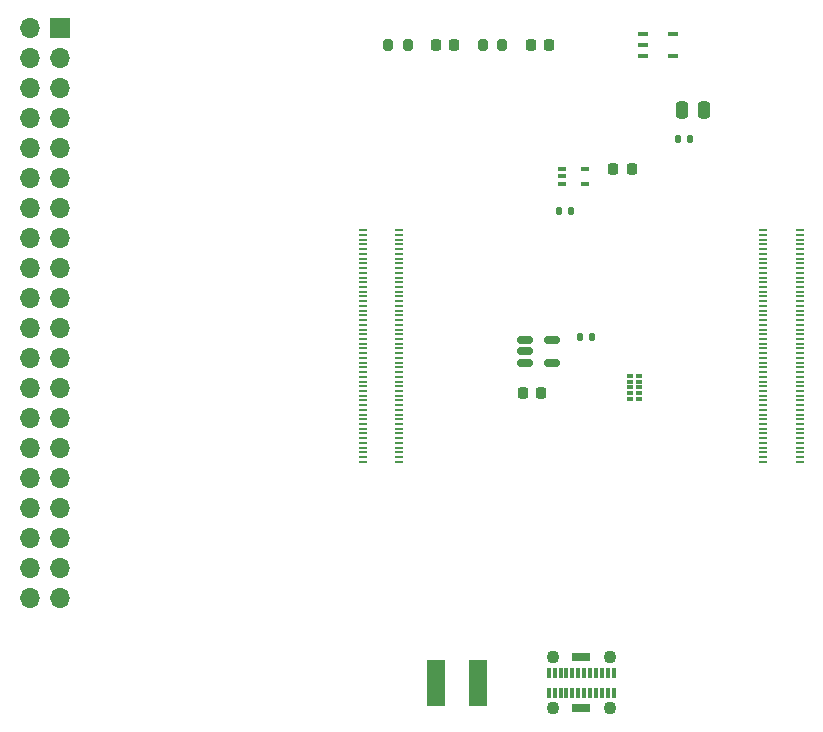
<source format=gbr>
%TF.GenerationSoftware,KiCad,Pcbnew,6.0.11-2627ca5db0~126~ubuntu22.04.1*%
%TF.CreationDate,2023-07-02T17:23:57-07:00*%
%TF.ProjectId,small-display,736d616c-6c2d-4646-9973-706c61792e6b,rev?*%
%TF.SameCoordinates,Original*%
%TF.FileFunction,Copper,L1,Top*%
%TF.FilePolarity,Positive*%
%FSLAX46Y46*%
G04 Gerber Fmt 4.6, Leading zero omitted, Abs format (unit mm)*
G04 Created by KiCad (PCBNEW 6.0.11-2627ca5db0~126~ubuntu22.04.1) date 2023-07-02 17:23:57*
%MOMM*%
%LPD*%
G01*
G04 APERTURE LIST*
G04 Aperture macros list*
%AMRoundRect*
0 Rectangle with rounded corners*
0 $1 Rounding radius*
0 $2 $3 $4 $5 $6 $7 $8 $9 X,Y pos of 4 corners*
0 Add a 4 corners polygon primitive as box body*
4,1,4,$2,$3,$4,$5,$6,$7,$8,$9,$2,$3,0*
0 Add four circle primitives for the rounded corners*
1,1,$1+$1,$2,$3*
1,1,$1+$1,$4,$5*
1,1,$1+$1,$6,$7*
1,1,$1+$1,$8,$9*
0 Add four rect primitives between the rounded corners*
20,1,$1+$1,$2,$3,$4,$5,0*
20,1,$1+$1,$4,$5,$6,$7,0*
20,1,$1+$1,$6,$7,$8,$9,0*
20,1,$1+$1,$8,$9,$2,$3,0*%
G04 Aperture macros list end*
%TA.AperFunction,SMDPad,CuDef*%
%ADD10R,0.300000X0.850000*%
%TD*%
%TA.AperFunction,ComponentPad*%
%ADD11C,1.100000*%
%TD*%
%TA.AperFunction,SMDPad,CuDef*%
%ADD12R,1.600000X0.700000*%
%TD*%
%TA.AperFunction,SMDPad,CuDef*%
%ADD13R,1.500000X4.000000*%
%TD*%
%TA.AperFunction,SMDPad,CuDef*%
%ADD14R,0.952500X0.457200*%
%TD*%
%TA.AperFunction,SMDPad,CuDef*%
%ADD15RoundRect,0.135000X-0.135000X-0.185000X0.135000X-0.185000X0.135000X0.185000X-0.135000X0.185000X0*%
%TD*%
%TA.AperFunction,SMDPad,CuDef*%
%ADD16RoundRect,0.200000X-0.200000X-0.275000X0.200000X-0.275000X0.200000X0.275000X-0.200000X0.275000X0*%
%TD*%
%TA.AperFunction,SMDPad,CuDef*%
%ADD17RoundRect,0.225000X-0.225000X-0.250000X0.225000X-0.250000X0.225000X0.250000X-0.225000X0.250000X0*%
%TD*%
%TA.AperFunction,SMDPad,CuDef*%
%ADD18RoundRect,0.150000X-0.512500X-0.150000X0.512500X-0.150000X0.512500X0.150000X-0.512500X0.150000X0*%
%TD*%
%TA.AperFunction,SMDPad,CuDef*%
%ADD19R,0.650000X0.400000*%
%TD*%
%TA.AperFunction,SMDPad,CuDef*%
%ADD20R,0.550000X0.300000*%
%TD*%
%TA.AperFunction,SMDPad,CuDef*%
%ADD21R,0.550000X0.400000*%
%TD*%
%TA.AperFunction,SMDPad,CuDef*%
%ADD22RoundRect,0.218750X-0.218750X-0.256250X0.218750X-0.256250X0.218750X0.256250X-0.218750X0.256250X0*%
%TD*%
%TA.AperFunction,SMDPad,CuDef*%
%ADD23RoundRect,0.250000X-0.250000X-0.475000X0.250000X-0.475000X0.250000X0.475000X-0.250000X0.475000X0*%
%TD*%
%TA.AperFunction,SMDPad,CuDef*%
%ADD24R,0.700000X0.200000*%
%TD*%
%TA.AperFunction,ComponentPad*%
%ADD25R,1.700000X1.700000*%
%TD*%
%TA.AperFunction,ComponentPad*%
%ADD26O,1.700000X1.700000*%
%TD*%
G04 APERTURE END LIST*
D10*
%TO.P,J1,A1,GND*%
%TO.N,GND*%
X17750000Y-58165000D03*
%TO.P,J1,A2*%
%TO.N,N/C*%
X18250000Y-58165000D03*
%TO.P,J1,A3*%
X18750000Y-58165000D03*
%TO.P,J1,A4,VBUS*%
%TO.N,+5V*%
X19250000Y-58165000D03*
%TO.P,J1,A5,CC1*%
%TO.N,Net-(J1-PadA5)*%
X19750000Y-58165000D03*
%TO.P,J1,A6,D+*%
%TO.N,/USBD_P*%
X20250000Y-58165000D03*
%TO.P,J1,A7,D-*%
%TO.N,/USBD_N*%
X20750000Y-58165000D03*
%TO.P,J1,A8,SBU1*%
%TO.N,unconnected-(J1-PadA8)*%
X21250000Y-58165000D03*
%TO.P,J1,A9,VBUS*%
%TO.N,+5V*%
X21750000Y-58165000D03*
%TO.P,J1,A10*%
%TO.N,N/C*%
X22250000Y-58165000D03*
%TO.P,J1,A11*%
X22750000Y-58165000D03*
%TO.P,J1,A12,GND*%
%TO.N,GND*%
X23250000Y-58165000D03*
%TO.P,J1,B1,GND*%
X23250000Y-59835000D03*
%TO.P,J1,B2*%
%TO.N,N/C*%
X22750000Y-59835000D03*
%TO.P,J1,B3*%
X22250000Y-59835000D03*
%TO.P,J1,B4,VBUS*%
%TO.N,+5V*%
X21750000Y-59835000D03*
%TO.P,J1,B5,CC2*%
%TO.N,Net-(J1-PadB5)*%
X21250000Y-59835000D03*
%TO.P,J1,B6,D+*%
%TO.N,/USBD_P*%
X20750000Y-59835000D03*
%TO.P,J1,B7,D-*%
%TO.N,/USBD_N*%
X20250000Y-59835000D03*
%TO.P,J1,B8,SBU2*%
%TO.N,unconnected-(J1-PadB8)*%
X19750000Y-59835000D03*
%TO.P,J1,B9,VBUS*%
%TO.N,+5V*%
X19250000Y-59835000D03*
%TO.P,J1,B10*%
%TO.N,N/C*%
X18750000Y-59835000D03*
%TO.P,J1,B11*%
X18250000Y-59835000D03*
%TO.P,J1,B12,GND*%
%TO.N,GND*%
X17750000Y-59835000D03*
D11*
%TO.P,J1,MH1*%
%TO.N,N/C*%
X18100000Y-56850000D03*
%TO.P,J1,MH2*%
X22900000Y-56850000D03*
%TO.P,J1,MH3*%
X22900000Y-61150000D03*
%TO.P,J1,MH4*%
X18100000Y-61150000D03*
D12*
%TO.P,J1,MP1*%
X20500000Y-56850000D03*
%TO.P,J1,MP2*%
X20500000Y-61150000D03*
%TD*%
D13*
%TO.P,L1,1*%
%TO.N,Net-(L1-Pad1)*%
X8200000Y-59000000D03*
%TO.P,L1,2*%
%TO.N,/LED_A*%
X11800000Y-59000000D03*
%TD*%
D14*
%TO.P,U4,1,EN*%
%TO.N,/PWM*%
X25723650Y-4060200D03*
%TO.P,U4,2,GND*%
%TO.N,GND*%
X25723650Y-5000000D03*
%TO.P,U4,3,SW*%
%TO.N,Net-(L1-Pad1)*%
X25723650Y-5939800D03*
%TO.P,U4,4,VIN*%
%TO.N,+5V*%
X28276350Y-5952500D03*
%TO.P,U4,5,FB*%
%TO.N,/LED_K*%
X28276350Y-4047500D03*
%TD*%
D15*
%TO.P,R1,1*%
%TO.N,Net-(D1-Pad1)*%
X20382500Y-29720000D03*
%TO.P,R1,2*%
%TO.N,PI_nLED_Activity*%
X21402500Y-29720000D03*
%TD*%
D16*
%TO.P,R4,1*%
%TO.N,/PWM*%
X4145000Y-5000000D03*
%TO.P,R4,2*%
%TO.N,GND*%
X5795000Y-5000000D03*
%TD*%
D17*
%TO.P,C2,1*%
%TO.N,+5V*%
X16225000Y-5000000D03*
%TO.P,C2,2*%
%TO.N,GND*%
X17775000Y-5000000D03*
%TD*%
D18*
%TO.P,U3,1,OUT*%
%TO.N,/SD_PWR*%
X15725000Y-30000000D03*
%TO.P,U3,2,GND*%
%TO.N,GND*%
X15725000Y-30950000D03*
%TO.P,U3,3,nFLG*%
%TO.N,unconnected-(U3-Pad3)*%
X15725000Y-31900000D03*
%TO.P,U3,4,EN*%
%TO.N,/SD_PWR_ON*%
X18000000Y-31900000D03*
%TO.P,U3,5,IN*%
%TO.N,/+3.3v*%
X18000000Y-30000000D03*
%TD*%
D19*
%TO.P,U2,1*%
%TO.N,N/C*%
X18880000Y-15480000D03*
%TO.P,U2,2*%
%TO.N,/nPWR_LED*%
X18880000Y-16130000D03*
%TO.P,U2,3,GND*%
%TO.N,GND*%
X18880000Y-16780000D03*
%TO.P,U2,4*%
%TO.N,Net-(R2-Pad2)*%
X20780000Y-16780000D03*
%TO.P,U2,5,VCC*%
%TO.N,/+3.3v*%
X20780000Y-15480000D03*
%TD*%
D15*
%TO.P,R3,1*%
%TO.N,/+3.3v*%
X18650000Y-19050000D03*
%TO.P,R3,2*%
%TO.N,/SD_PWR_ON*%
X19670000Y-19050000D03*
%TD*%
D20*
%TO.P,U1,1,D1+*%
%TO.N,/USBD_P*%
X24615000Y-33000000D03*
%TO.P,U1,2,D1-*%
%TO.N,/USBD_N*%
X24615000Y-33500000D03*
D21*
%TO.P,U1,3,GND*%
%TO.N,GND*%
X24615000Y-34000000D03*
D20*
%TO.P,U1,4,D2+*%
%TO.N,Net-(U1-Pad4)*%
X24615000Y-34500000D03*
%TO.P,U1,5,D2-*%
%TO.N,Net-(U1-Pad5)*%
X24615000Y-35000000D03*
%TO.P,U1,6*%
X25385000Y-35000000D03*
%TO.P,U1,7*%
%TO.N,Net-(U1-Pad4)*%
X25385000Y-34500000D03*
D21*
%TO.P,U1,8,GND*%
%TO.N,GND*%
X25385000Y-34000000D03*
D20*
%TO.P,U1,9*%
%TO.N,/USBD_N*%
X25385000Y-33500000D03*
%TO.P,U1,10*%
%TO.N,/USBD_P*%
X25385000Y-33000000D03*
%TD*%
D22*
%TO.P,D2,1,K*%
%TO.N,Net-(D2-Pad1)*%
X23212500Y-15500000D03*
%TO.P,D2,2,A*%
%TO.N,/+3.3v*%
X24787500Y-15500000D03*
%TD*%
D23*
%TO.P,C1,1*%
%TO.N,/SD_PWR*%
X29000000Y-10500000D03*
%TO.P,C1,2*%
%TO.N,GND*%
X30900000Y-10500000D03*
%TD*%
D22*
%TO.P,D1,1,K*%
%TO.N,Net-(D1-Pad1)*%
X15545000Y-34470000D03*
%TO.P,D1,2,A*%
%TO.N,/+3.3v*%
X17120000Y-34470000D03*
%TD*%
D24*
%TO.P,Module1,1,GND*%
%TO.N,GND*%
X2000000Y-20700000D03*
%TO.P,Module1,2,GND*%
X5080000Y-20700000D03*
%TO.P,Module1,3,Ethernet_Pair3_P*%
%TO.N,/TRD3_P*%
X2000000Y-21100000D03*
%TO.P,Module1,4,Ethernet_Pair1_P*%
%TO.N,/TRD1_P*%
X5080000Y-21100000D03*
%TO.P,Module1,5,Ethernet_Pair3_N*%
%TO.N,/TRD3_N*%
X2000000Y-21500000D03*
%TO.P,Module1,6,Ethernet_Pair1_N*%
%TO.N,/TRD1_N*%
X5080000Y-21500000D03*
%TO.P,Module1,7,GND*%
%TO.N,GND*%
X2000000Y-21900000D03*
%TO.P,Module1,8,GND*%
X5080000Y-21900000D03*
%TO.P,Module1,9,Ethernet_Pair2_N*%
%TO.N,/TRD2_N*%
X2000000Y-22300000D03*
%TO.P,Module1,10,Ethernet_Pair0_N*%
%TO.N,/TRD0_N*%
X5080000Y-22300000D03*
%TO.P,Module1,11,Ethernet_Pair2_P*%
%TO.N,/TRD2_P*%
X2000000Y-22700000D03*
%TO.P,Module1,12,Ethernet_Pair0_P*%
%TO.N,/TRD0_P*%
X5080000Y-22700000D03*
%TO.P,Module1,13,GND*%
%TO.N,GND*%
X2000000Y-23100000D03*
%TO.P,Module1,14,GND*%
X5080000Y-23100000D03*
%TO.P,Module1,15,Ethernet_nLED3(3.3v)*%
%TO.N,/ETH_LEDY*%
X2000000Y-23500000D03*
%TO.P,Module1,16,Ethernet_SYNC_IN(1.8v)*%
%TO.N,/SYNC_IN*%
X5080000Y-23500000D03*
%TO.P,Module1,17,Ethernet_nLED2(3.3v)*%
%TO.N,/ETH_LEDG*%
X2000000Y-23900000D03*
%TO.P,Module1,18,Ethernet_SYNC_OUT(1.8v)*%
%TO.N,/SYNC_OUT*%
X5080000Y-23900000D03*
%TO.P,Module1,19,Ethernet_nLED1(3.3v)*%
%TO.N,unconnected-(Module1-Pad19)*%
X2000000Y-24300000D03*
%TO.P,Module1,20,EEPROM_nWP*%
%TO.N,/EEPROM_nWP*%
X5080000Y-24300000D03*
%TO.P,Module1,21,PI_nLED_Activity*%
%TO.N,PI_nLED_Activity*%
X2000000Y-24700000D03*
%TO.P,Module1,22,GND*%
%TO.N,GND*%
X5080000Y-24700000D03*
%TO.P,Module1,23,GND*%
X2000000Y-25100000D03*
%TO.P,Module1,24,GPIO26*%
%TO.N,/GPIO26*%
X5080000Y-25100000D03*
%TO.P,Module1,25,GPIO21*%
%TO.N,/GPIO21*%
X2000000Y-25500000D03*
%TO.P,Module1,26,GPIO19*%
%TO.N,/GPIO19*%
X5080000Y-25500000D03*
%TO.P,Module1,27,GPIO20*%
%TO.N,/GPIO20*%
X2000000Y-25900000D03*
%TO.P,Module1,28,GPIO13*%
%TO.N,/GPIO13*%
X5080000Y-25900000D03*
%TO.P,Module1,29,GPIO16*%
%TO.N,/GPIO16*%
X2000000Y-26300000D03*
%TO.P,Module1,30,GPIO6*%
%TO.N,/GPIO6*%
X5080000Y-26300000D03*
%TO.P,Module1,31,GPIO12*%
%TO.N,/GPIO12*%
X2000000Y-26700000D03*
%TO.P,Module1,32,GND*%
%TO.N,GND*%
X5080000Y-26700000D03*
%TO.P,Module1,33,GND*%
X2000000Y-27100000D03*
%TO.P,Module1,34,GPIO5*%
%TO.N,/GPIO5*%
X5080000Y-27100000D03*
%TO.P,Module1,35,ID_SC*%
%TO.N,/ID_SC*%
X2000000Y-27500000D03*
%TO.P,Module1,36,ID_SD*%
%TO.N,/ID_SD*%
X5080000Y-27500000D03*
%TO.P,Module1,37,GPIO7*%
%TO.N,/GPIO7*%
X2000000Y-27900000D03*
%TO.P,Module1,38,GPIO11*%
%TO.N,/GPIO11*%
X5080000Y-27900000D03*
%TO.P,Module1,39,GPIO8*%
%TO.N,/GPIO8*%
X2000000Y-28300000D03*
%TO.P,Module1,40,GPIO9*%
%TO.N,/GPIO9*%
X5080000Y-28300000D03*
%TO.P,Module1,41,GPIO25*%
%TO.N,/GPIO25*%
X2000000Y-28700000D03*
%TO.P,Module1,42,GND*%
%TO.N,GND*%
X5080000Y-28700000D03*
%TO.P,Module1,43,GND*%
X2000000Y-29100000D03*
%TO.P,Module1,44,GPIO10*%
%TO.N,/GPIO10*%
X5080000Y-29100000D03*
%TO.P,Module1,45,GPIO24*%
%TO.N,/GPIO24*%
X2000000Y-29500000D03*
%TO.P,Module1,46,GPIO22*%
%TO.N,/GPIO22*%
X5080000Y-29500000D03*
%TO.P,Module1,47,GPIO23*%
%TO.N,/GPIO23*%
X2000000Y-29900000D03*
%TO.P,Module1,48,GPIO27*%
%TO.N,/GPIO27*%
X5080000Y-29900000D03*
%TO.P,Module1,49,GPIO18*%
%TO.N,/GPIO18*%
X2000000Y-30300000D03*
%TO.P,Module1,50,GPIO17*%
%TO.N,/GPIO17*%
X5080000Y-30300000D03*
%TO.P,Module1,51,GPIO15*%
%TO.N,/GPIO15*%
X2000000Y-30700000D03*
%TO.P,Module1,52,GND*%
%TO.N,GND*%
X5080000Y-30700000D03*
%TO.P,Module1,53,GND*%
X2000000Y-31100000D03*
%TO.P,Module1,54,GPIO4*%
%TO.N,/GPIO4*%
X5080000Y-31100000D03*
%TO.P,Module1,55,GPIO14*%
%TO.N,/GPIO14*%
X2000000Y-31500000D03*
%TO.P,Module1,56,GPIO3*%
%TO.N,/GPIO3*%
X5080000Y-31500000D03*
%TO.P,Module1,57,SD_CLK*%
%TO.N,/SD_CLK*%
X2000000Y-31900000D03*
%TO.P,Module1,58,GPIO2*%
%TO.N,/GPIO2*%
X5080000Y-31900000D03*
%TO.P,Module1,59,GND*%
%TO.N,GND*%
X2000000Y-32300000D03*
%TO.P,Module1,60,GND*%
X5080000Y-32300000D03*
%TO.P,Module1,61,SD_DAT3*%
%TO.N,/SD_DAT3*%
X2000000Y-32700000D03*
%TO.P,Module1,62,SD_CMD*%
%TO.N,/SD_CMD*%
X5080000Y-32700000D03*
%TO.P,Module1,63,SD_DAT0*%
%TO.N,/SD_DAT0*%
X2000000Y-33100000D03*
%TO.P,Module1,64,SD_DAT5*%
%TO.N,unconnected-(Module1-Pad64)*%
X5080000Y-33100000D03*
%TO.P,Module1,65,GND*%
%TO.N,GND*%
X2000000Y-33500000D03*
%TO.P,Module1,66,GND*%
X5080000Y-33500000D03*
%TO.P,Module1,67,SD_DAT1*%
%TO.N,/SD_DAT1*%
X2000000Y-33900000D03*
%TO.P,Module1,68,SD_DAT4*%
%TO.N,unconnected-(Module1-Pad68)*%
X5080000Y-33900000D03*
%TO.P,Module1,69,SD_DAT2*%
%TO.N,/SD_DAT2*%
X2000000Y-34300000D03*
%TO.P,Module1,70,SD_DAT7*%
%TO.N,unconnected-(Module1-Pad70)*%
X5080000Y-34300000D03*
%TO.P,Module1,71,GND*%
%TO.N,GND*%
X2000000Y-34700000D03*
%TO.P,Module1,72,SD_DAT6*%
%TO.N,unconnected-(Module1-Pad72)*%
X5080000Y-34700000D03*
%TO.P,Module1,73,SD_VDD_Override*%
%TO.N,unconnected-(Module1-Pad73)*%
X2000000Y-35100000D03*
%TO.P,Module1,74,GND*%
%TO.N,GND*%
X5080000Y-35100000D03*
%TO.P,Module1,75,SD_PWR_ON*%
%TO.N,/SD_PWR_ON*%
X2000000Y-35500000D03*
%TO.P,Module1,76,Reserved*%
%TO.N,/Reserved*%
X5080000Y-35500000D03*
%TO.P,Module1,77,+5v_(Input)*%
%TO.N,/+5v*%
X2000000Y-35900000D03*
%TO.P,Module1,78,GPIO_VREF(1.8v/3.3v_Input)*%
%TO.N,/+3.3v*%
X5080000Y-35900000D03*
%TO.P,Module1,79,+5v_(Input)*%
%TO.N,/+5v*%
X2000000Y-36300000D03*
%TO.P,Module1,80,SCL0*%
%TO.N,/SCL0*%
X5080000Y-36300000D03*
%TO.P,Module1,81,+5v_(Input)*%
%TO.N,/+5v*%
X2000000Y-36700000D03*
%TO.P,Module1,82,SDA0*%
%TO.N,/SDA0*%
X5080000Y-36700000D03*
%TO.P,Module1,83,+5v_(Input)*%
%TO.N,/+5v*%
X2000000Y-37100000D03*
%TO.P,Module1,84,+3.3v_(Output)*%
%TO.N,/+3.3v*%
X5080000Y-37100000D03*
%TO.P,Module1,85,+5v_(Input)*%
%TO.N,/+5v*%
X2000000Y-37500000D03*
%TO.P,Module1,86,+3.3v_(Output)*%
%TO.N,/+3.3v*%
X5080000Y-37500000D03*
%TO.P,Module1,87,+5v_(Input)*%
%TO.N,/+5v*%
X2000000Y-37900000D03*
%TO.P,Module1,88,+1.8v_(Output)*%
%TO.N,/+1.8v*%
X5080000Y-37900000D03*
%TO.P,Module1,89,WiFi_nDisable*%
%TO.N,unconnected-(Module1-Pad89)*%
X2000000Y-38300000D03*
%TO.P,Module1,90,+1.8v_(Output)*%
%TO.N,/+1.8v*%
X5080000Y-38300000D03*
%TO.P,Module1,91,BT_nDisable*%
%TO.N,unconnected-(Module1-Pad91)*%
X2000000Y-38700000D03*
%TO.P,Module1,92,RUN_PG*%
%TO.N,/RUN_PG*%
X5080000Y-38700000D03*
%TO.P,Module1,93,nRPIBOOT*%
%TO.N,unconnected-(Module1-Pad93)*%
X2000000Y-39100000D03*
%TO.P,Module1,94,AnalogIP1*%
%TO.N,/AIN1*%
X5080000Y-39100000D03*
%TO.P,Module1,95,nPI_LED_PWR*%
%TO.N,unconnected-(Module1-Pad95)*%
X2000000Y-39500000D03*
%TO.P,Module1,96,AnalogIP0*%
%TO.N,/AIN0*%
X5080000Y-39500000D03*
%TO.P,Module1,97,Camera_GPIO*%
%TO.N,/CAM_GPIO*%
X2000000Y-39900000D03*
%TO.P,Module1,98,GND*%
%TO.N,GND*%
X5080000Y-39900000D03*
%TO.P,Module1,99,Global_EN*%
%TO.N,/GLOBAL_EN*%
X2000000Y-40300000D03*
%TO.P,Module1,100,nEXTRST*%
%TO.N,/nEXTRST*%
X5080000Y-40300000D03*
%TO.P,Module1,101,USB_OTG_ID*%
%TO.N,/USBOTG_ID*%
X35920000Y-20700000D03*
%TO.P,Module1,102,PCIe_CLK_nREQ*%
%TO.N,/PCIE_CLK_nREQ*%
X39000000Y-20700000D03*
%TO.P,Module1,103,USB2_N*%
%TO.N,/USB2_N*%
X35920000Y-21100000D03*
%TO.P,Module1,104,Reserved*%
%TO.N,unconnected-(Module1-Pad104)*%
X39000000Y-21100000D03*
%TO.P,Module1,105,USB2_P*%
%TO.N,/USB2_P*%
X35920000Y-21500000D03*
%TO.P,Module1,106,Reserved*%
%TO.N,unconnected-(Module1-Pad106)*%
X39000000Y-21500000D03*
%TO.P,Module1,107,GND*%
%TO.N,GND*%
X35920000Y-21900000D03*
%TO.P,Module1,108,GND*%
X39000000Y-21900000D03*
%TO.P,Module1,109,PCIe_nRST*%
%TO.N,/PCIE_nRST*%
X35920000Y-22300000D03*
%TO.P,Module1,110,PCIe_CLK_P*%
%TO.N,/PCIE_CLK_P*%
X39000000Y-22300000D03*
%TO.P,Module1,111,VDAC_COMP*%
%TO.N,/TV_OUT*%
X35920000Y-22700000D03*
%TO.P,Module1,112,PCIe_CLK_N*%
%TO.N,/PCIE_CLK_N*%
X39000000Y-22700000D03*
%TO.P,Module1,113,GND*%
%TO.N,GND*%
X35920000Y-23100000D03*
%TO.P,Module1,114,GND*%
X39000000Y-23100000D03*
%TO.P,Module1,115,CAM1_D0_N*%
%TO.N,/CAM1_D0_N*%
X35920000Y-23500000D03*
%TO.P,Module1,116,PCIe_RX_P*%
%TO.N,/PCIE_RX_P*%
X39000000Y-23500000D03*
%TO.P,Module1,117,CAM1_D0_P*%
%TO.N,/CAM1_D0_P*%
X35920000Y-23900000D03*
%TO.P,Module1,118,PCIe_RX_N*%
%TO.N,/PCIE_RX_N*%
X39000000Y-23900000D03*
%TO.P,Module1,119,GND*%
%TO.N,GND*%
X35920000Y-24300000D03*
%TO.P,Module1,120,GND*%
X39000000Y-24300000D03*
%TO.P,Module1,121,CAM1_D1_N*%
%TO.N,/CAM1_D1_N*%
X35920000Y-24700000D03*
%TO.P,Module1,122,PCIe_TX_P*%
%TO.N,/PCIE_TX_P*%
X39000000Y-24700000D03*
%TO.P,Module1,123,CAM1_D1_P*%
%TO.N,/CAM1_D1_P*%
X35920000Y-25100000D03*
%TO.P,Module1,124,PCIe_TX_N*%
%TO.N,/PCIE_TX_N*%
X39000000Y-25100000D03*
%TO.P,Module1,125,GND*%
%TO.N,GND*%
X35920000Y-25500000D03*
%TO.P,Module1,126,GND*%
X39000000Y-25500000D03*
%TO.P,Module1,127,CAM1_C_N*%
%TO.N,/CAM1_C_N*%
X35920000Y-25900000D03*
%TO.P,Module1,128,CAM0_D0_N*%
%TO.N,/CAM0_D0_N*%
X39000000Y-25900000D03*
%TO.P,Module1,129,CAM1_C_P*%
%TO.N,/CAM1_C_P*%
X35920000Y-26300000D03*
%TO.P,Module1,130,CAM0_D0_P*%
%TO.N,/CAM0_D0_P*%
X39000000Y-26300000D03*
%TO.P,Module1,131,GND*%
%TO.N,GND*%
X35920000Y-26700000D03*
%TO.P,Module1,132,GND*%
X39000000Y-26700000D03*
%TO.P,Module1,133,CAM1_D2_N*%
%TO.N,/CAM1_D2_N*%
X35920000Y-27100000D03*
%TO.P,Module1,134,CAM0_D1_N*%
%TO.N,/CAM0_D1_N*%
X39000000Y-27100000D03*
%TO.P,Module1,135,CAM1_D2_P*%
%TO.N,/CAM1_D2_P*%
X35920000Y-27500000D03*
%TO.P,Module1,136,CAM0_D1_P*%
%TO.N,/CAM0_D1_P*%
X39000000Y-27500000D03*
%TO.P,Module1,137,GND*%
%TO.N,GND*%
X35920000Y-27900000D03*
%TO.P,Module1,138,GND*%
X39000000Y-27900000D03*
%TO.P,Module1,139,CAM1_D3_N*%
%TO.N,/CAM1_D3_N*%
X35920000Y-28300000D03*
%TO.P,Module1,140,CAM0_C_N*%
%TO.N,/CAM0_C_N*%
X39000000Y-28300000D03*
%TO.P,Module1,141,CAM1_D3_P*%
%TO.N,/CAM1_D3_P*%
X35920000Y-28700000D03*
%TO.P,Module1,142,CAM0_C_P*%
%TO.N,/CAM0_C_P*%
X39000000Y-28700000D03*
%TO.P,Module1,143,HDMI1_HOTPLUG*%
%TO.N,/HDMI1_HOTPLUG*%
X35920000Y-29100000D03*
%TO.P,Module1,144,GND*%
%TO.N,GND*%
X39000000Y-29100000D03*
%TO.P,Module1,145,HDMI1_SDA*%
%TO.N,/HDMI1_SDA*%
X35920000Y-29500000D03*
%TO.P,Module1,146,HDMI1_TX2_P*%
%TO.N,/HDMI1_D2_P*%
X39000000Y-29500000D03*
%TO.P,Module1,147,HDMI1_SCL*%
%TO.N,/HDMI1_SCL*%
X35920000Y-29900000D03*
%TO.P,Module1,148,HDMI1_TX2_N*%
%TO.N,/HDMI1_D2_N*%
X39000000Y-29900000D03*
%TO.P,Module1,149,HDMI1_CEC*%
%TO.N,/HDMI1_CEC*%
X35920000Y-30300000D03*
%TO.P,Module1,150,GND*%
%TO.N,GND*%
X39000000Y-30300000D03*
%TO.P,Module1,151,HDMI0_CEC*%
%TO.N,/HDMI0_CEC*%
X35920000Y-30700000D03*
%TO.P,Module1,152,HDMI1_TX1_P*%
%TO.N,/HDMI1_D1_P*%
X39000000Y-30700000D03*
%TO.P,Module1,153,HDMI0_HOTPLUG*%
%TO.N,/HDMI0_HOTPLUG*%
X35920000Y-31100000D03*
%TO.P,Module1,154,HDMI1_TX1_N*%
%TO.N,/HDMI1_D1_N*%
X39000000Y-31100000D03*
%TO.P,Module1,155,GND*%
%TO.N,GND*%
X35920000Y-31500000D03*
%TO.P,Module1,156,GND*%
X39000000Y-31500000D03*
%TO.P,Module1,157,DSI0_D0_N*%
%TO.N,/DSI0_D0_N*%
X35920000Y-31900000D03*
%TO.P,Module1,158,HDMI1_TX0_P*%
%TO.N,/HDMI1_D0_P*%
X39000000Y-31900000D03*
%TO.P,Module1,159,DSI0_D0_P*%
%TO.N,/DSI0_D0_P*%
X35920000Y-32300000D03*
%TO.P,Module1,160,HDMI1_TX0_N*%
%TO.N,/HDMI1_D0_N*%
X39000000Y-32300000D03*
%TO.P,Module1,161,GND*%
%TO.N,GND*%
X35920000Y-32700000D03*
%TO.P,Module1,162,GND*%
X39000000Y-32700000D03*
%TO.P,Module1,163,DSI0_D1_N*%
%TO.N,/DSI0_D1_N*%
X35920000Y-33100000D03*
%TO.P,Module1,164,HDMI1_CLK_P*%
%TO.N,/HDMI1_CK_P*%
X39000000Y-33100000D03*
%TO.P,Module1,165,DSI0_D1_P*%
%TO.N,/DSI0_D1_P*%
X35920000Y-33500000D03*
%TO.P,Module1,166,HDMI1_CLK_N*%
%TO.N,/HDMI1_CK_N*%
X39000000Y-33500000D03*
%TO.P,Module1,167,GND*%
%TO.N,GND*%
X35920000Y-33900000D03*
%TO.P,Module1,168,GND*%
X39000000Y-33900000D03*
%TO.P,Module1,169,DSI0_C_N*%
%TO.N,/DSI0_C_N*%
X35920000Y-34300000D03*
%TO.P,Module1,170,HDMI0_TX2_P*%
%TO.N,/HDMI0_D2_P*%
X39000000Y-34300000D03*
%TO.P,Module1,171,DSI0_C_P*%
%TO.N,/DSI0_C_P*%
X35920000Y-34700000D03*
%TO.P,Module1,172,HDMI0_TX2_N*%
%TO.N,/HDMI0_D2_N*%
X39000000Y-34700000D03*
%TO.P,Module1,173,GND*%
%TO.N,GND*%
X35920000Y-35100000D03*
%TO.P,Module1,174,GND*%
X39000000Y-35100000D03*
%TO.P,Module1,175,DSI1_D0_N*%
%TO.N,/DSI1_D0_N*%
X35920000Y-35500000D03*
%TO.P,Module1,176,HDMI0_TX1_P*%
%TO.N,/HDMI0_D1_P*%
X39000000Y-35500000D03*
%TO.P,Module1,177,DSI1_D0_P*%
%TO.N,/DSI1_D0_P*%
X35920000Y-35900000D03*
%TO.P,Module1,178,HDMI0_TX1_N*%
%TO.N,/HDMI0_D1_N*%
X39000000Y-35900000D03*
%TO.P,Module1,179,GND*%
%TO.N,GND*%
X35920000Y-36300000D03*
%TO.P,Module1,180,GND*%
X39000000Y-36300000D03*
%TO.P,Module1,181,DSI1_D1_N*%
%TO.N,/DSI1_D1_N*%
X35920000Y-36700000D03*
%TO.P,Module1,182,HDMI0_TX0_P*%
%TO.N,/HDMI0_D0_P*%
X39000000Y-36700000D03*
%TO.P,Module1,183,DSI1_D1_P*%
%TO.N,/DSI1_D1_P*%
X35920000Y-37100000D03*
%TO.P,Module1,184,HDMI0_TX0_N*%
%TO.N,/HDMI0_D0_N*%
X39000000Y-37100000D03*
%TO.P,Module1,185,GND*%
%TO.N,GND*%
X35920000Y-37500000D03*
%TO.P,Module1,186,GND*%
X39000000Y-37500000D03*
%TO.P,Module1,187,DSI1_C_N*%
%TO.N,/DSI1_C_N*%
X35920000Y-37900000D03*
%TO.P,Module1,188,HDMI0_CLK_P*%
%TO.N,/HDMI0_CK_P*%
X39000000Y-37900000D03*
%TO.P,Module1,189,DSI1_C_P*%
%TO.N,/DSI1_C_P*%
X35920000Y-38300000D03*
%TO.P,Module1,190,HDMI0_CLK_N*%
%TO.N,/HDMI0_CK_N*%
X39000000Y-38300000D03*
%TO.P,Module1,191,GND*%
%TO.N,GND*%
X35920000Y-38700000D03*
%TO.P,Module1,192,GND*%
X39000000Y-38700000D03*
%TO.P,Module1,193,DSI1_D2_N*%
%TO.N,/DSI1_D2_N*%
X35920000Y-39100000D03*
%TO.P,Module1,194,DSI1_D3_N*%
%TO.N,/DSI1_D3_N*%
X39000000Y-39100000D03*
%TO.P,Module1,195,DSI1_D2_P*%
%TO.N,/DSI1_D2_P*%
X35920000Y-39500000D03*
%TO.P,Module1,196,DSI1_D3_P*%
%TO.N,/DSI1_D3_P*%
X39000000Y-39500000D03*
%TO.P,Module1,197,GND*%
%TO.N,GND*%
X35920000Y-39900000D03*
%TO.P,Module1,198,GND*%
X39000000Y-39900000D03*
%TO.P,Module1,199,HDMI0_SDA*%
%TO.N,/HDMI0_SDA*%
X35920000Y-40300000D03*
%TO.P,Module1,200,HDMI0_SCL*%
%TO.N,/HDMI0_SCL*%
X39000000Y-40300000D03*
%TD*%
D25*
%TO.P,J3,1,Pin_1*%
%TO.N,+3V3*%
X-23660000Y-3550000D03*
D26*
%TO.P,J3,2,Pin_2*%
%TO.N,+5V*%
X-26200000Y-3550000D03*
%TO.P,J3,3,Pin_3*%
%TO.N,/PWM*%
X-23660000Y-6090000D03*
%TO.P,J3,4,Pin_4*%
%TO.N,+5V*%
X-26200000Y-6090000D03*
%TO.P,J3,5,Pin_5*%
%TO.N,unconnected-(J3-Pad5)*%
X-23660000Y-8630000D03*
%TO.P,J3,6,Pin_6*%
%TO.N,GND*%
X-26200000Y-8630000D03*
%TO.P,J3,7,Pin_7*%
%TO.N,unconnected-(J3-Pad7)*%
X-23660000Y-11170000D03*
%TO.P,J3,8,Pin_8*%
%TO.N,/DB6*%
X-26200000Y-11170000D03*
%TO.P,J3,9,Pin_9*%
%TO.N,GND*%
X-23660000Y-13710000D03*
%TO.P,J3,10,Pin_10*%
%TO.N,/DB7*%
X-26200000Y-13710000D03*
%TO.P,J3,11,Pin_11*%
%TO.N,/DB9*%
X-23660000Y-16250000D03*
%TO.P,J3,12,Pin_12*%
%TO.N,/DB10*%
X-26200000Y-16250000D03*
%TO.P,J3,13,Pin_13*%
%TO.N,/!RESET*%
X-23660000Y-18790000D03*
%TO.P,J3,14,Pin_14*%
%TO.N,GND*%
X-26200000Y-18790000D03*
%TO.P,J3,15,Pin_15*%
%TO.N,/DB14*%
X-23660000Y-21330000D03*
%TO.P,J3,16,Pin_16*%
%TO.N,/DB15*%
X-26200000Y-21330000D03*
%TO.P,J3,17,Pin_17*%
%TO.N,unconnected-(J3-Pad17)*%
X-23660000Y-23870000D03*
%TO.P,J3,18,Pin_18*%
%TO.N,unconnected-(J3-Pad18)*%
X-26200000Y-23870000D03*
%TO.P,J3,19,Pin_19*%
%TO.N,/DB2*%
X-23660000Y-26410000D03*
%TO.P,J3,20,Pin_20*%
%TO.N,GND*%
X-26200000Y-26410000D03*
%TO.P,J3,21,Pin_21*%
%TO.N,/DB1*%
X-23660000Y-28950000D03*
%TO.P,J3,22,Pin_22*%
%TO.N,unconnected-(J3-Pad22)*%
X-26200000Y-28950000D03*
%TO.P,J3,23,Pin_23*%
%TO.N,/DB3*%
X-23660000Y-31490000D03*
%TO.P,J3,24,Pin_24*%
%TO.N,/DB0*%
X-26200000Y-31490000D03*
%TO.P,J3,25,Pin_25*%
%TO.N,GND*%
X-23660000Y-34030000D03*
%TO.P,J3,26,Pin_26*%
%TO.N,/!WRITE*%
X-26200000Y-34030000D03*
%TO.P,J3,27,Pin_27*%
%TO.N,unconnected-(J3-Pad27)*%
X-23660000Y-36570000D03*
%TO.P,J3,28,Pin_28*%
%TO.N,unconnected-(J3-Pad28)*%
X-26200000Y-36570000D03*
%TO.P,J3,29,Pin_29*%
%TO.N,unconnected-(J3-Pad29)*%
X-23660000Y-39110000D03*
%TO.P,J3,30,Pin_30*%
%TO.N,GND*%
X-26200000Y-39110000D03*
%TO.P,J3,31,Pin_31*%
%TO.N,unconnected-(J3-Pad31)*%
X-23660000Y-41650000D03*
%TO.P,J3,32,Pin_32*%
%TO.N,/DB4*%
X-26200000Y-41650000D03*
%TO.P,J3,33,Pin_33*%
%TO.N,/DB5*%
X-23660000Y-44190000D03*
%TO.P,J3,34,Pin_34*%
%TO.N,GND*%
X-26200000Y-44190000D03*
%TO.P,J3,35,Pin_35*%
%TO.N,/DB11*%
X-23660000Y-46730000D03*
%TO.P,J3,36,Pin_36*%
%TO.N,/DB8*%
X-26200000Y-46730000D03*
%TO.P,J3,37,Pin_37*%
%TO.N,/DAT_CMD*%
X-23660000Y-49270000D03*
%TO.P,J3,38,Pin_38*%
%TO.N,/DB12*%
X-26200000Y-49270000D03*
%TO.P,J3,39,Pin_39*%
%TO.N,GND*%
X-23660000Y-51810000D03*
%TO.P,J3,40,Pin_40*%
%TO.N,/DB13*%
X-26200000Y-51810000D03*
%TD*%
D17*
%TO.P,C3,1*%
%TO.N,/LED_A*%
X8205000Y-5000000D03*
%TO.P,C3,2*%
%TO.N,GND*%
X9755000Y-5000000D03*
%TD*%
D15*
%TO.P,R2,1*%
%TO.N,Net-(D2-Pad1)*%
X28670000Y-13000000D03*
%TO.P,R2,2*%
%TO.N,Net-(R2-Pad2)*%
X29690000Y-13000000D03*
%TD*%
D16*
%TO.P,R5,1*%
%TO.N,/LED_K*%
X12165000Y-5000000D03*
%TO.P,R5,2*%
%TO.N,GND*%
X13815000Y-5000000D03*
%TD*%
M02*

</source>
